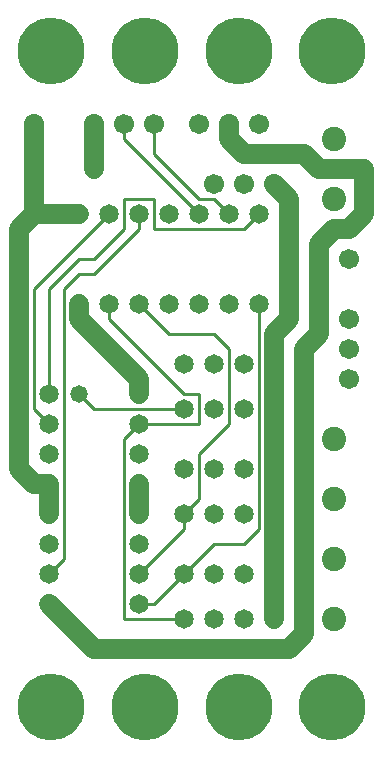
<source format=gbl>
%MOIN*%
%FSLAX25Y25*%
G04 D10 used for Character Trace; *
G04     Circle (OD=.01000) (No hole)*
G04 D11 used for Power Trace; *
G04     Circle (OD=.06700) (No hole)*
G04 D12 used for Signal Trace; *
G04     Circle (OD=.01100) (No hole)*
G04 D13 used for Via; *
G04     Circle (OD=.05800) (Round. Hole ID=.02800)*
G04 D14 used for Component hole; *
G04     Circle (OD=.06500) (Round. Hole ID=.03500)*
G04 D15 used for Component hole; *
G04     Circle (OD=.06700) (Round. Hole ID=.04300)*
G04 D16 used for Component hole; *
G04     Circle (OD=.08100) (Round. Hole ID=.05100)*
G04 D17 used for Component hole; *
G04     Circle (OD=.08900) (Round. Hole ID=.05900)*
G04 D18 used for Component hole; *
G04     Circle (OD=.11300) (Round. Hole ID=.08300)*
G04 D19 used for Component hole; *
G04     Circle (OD=.16000) (Round. Hole ID=.13000)*
G04 D20 used for Component hole; *
G04     Circle (OD=.18300) (Round. Hole ID=.15300)*
G04 D21 used for Component hole; *
G04     Circle (OD=.22291) (Round. Hole ID=.19291)*
%ADD10C,.01000*%
%ADD11C,.06700*%
%ADD12C,.01100*%
%ADD13C,.05800*%
%ADD14C,.06500*%
%ADD15C,.06700*%
%ADD16C,.08100*%
%ADD17C,.08900*%
%ADD18C,.11300*%
%ADD19C,.16000*%
%ADD20C,.18300*%
%ADD21C,.22291*%
%IPPOS*%
%LPD*%
G90*X0Y0D02*D21*X15625Y15625D03*D11*              
X30000Y35000D02*X95000D01*X100000Y40000D01*       
Y135000D01*X105000Y140000D01*Y170000D01*          
X110000Y175000D01*X115000D01*X120000Y180000D01*   
Y195000D01*X105000D01*X100000Y200000D01*X80000D01*
X75000Y205000D01*Y210000D01*D15*D03*X85000D03*    
X65000D03*X70000Y190000D03*X80000D03*X90000D03*   
D11*X95000Y185000D01*Y145000D01*X90000Y140000D01* 
Y130000D01*D14*D03*D11*Y115000D01*D14*D03*D11*    
Y95000D01*D14*D03*D11*Y80000D01*D14*D03*D11*      
Y60000D01*D14*D03*D11*Y45000D01*D14*D03*X80000D03*
Y60000D03*D16*X110000Y65000D03*D14*               
X70000Y60000D03*D16*X110000Y45000D03*D14*         
X70000D03*D12*Y70000D02*X80000D01*X60000Y60000D02*
X70000Y70000D01*D14*X60000Y60000D03*D12*          
X50000Y50000D01*X45000D01*D14*D03*D12*            
X40000Y45000D02*X60000D01*D14*D03*X45000Y60000D03*
D12*X60000Y75000D01*Y80000D01*D14*D03*D12*        
X65000Y85000D01*Y100000D01*X75000Y110000D01*      
Y135000D01*X70000Y140000D01*X55000D01*            
X45000Y150000D01*D14*D03*X55000D03*X35000D03*D12* 
Y145000D01*X60000Y120000D01*X65000D01*Y110000D01* 
X45000D01*D14*D03*D12*X40000Y105000D01*Y45000D01* 
D11*X30000Y35000D02*X15000Y50000D01*D14*D03*      
Y60000D03*D12*X20000Y65000D01*Y155000D01*         
X25000Y160000D01*X30000D01*X45000Y175000D01*      
Y180000D01*D14*D03*D12*X50000Y175000D02*X80000D01*
X85000Y180000D01*D14*D03*X75000D03*D12*           
X70000Y185000D01*X65000D01*X50000Y200000D01*      
Y210000D01*D15*D03*X40000D03*D12*Y205000D01*      
X65000Y180000D01*D14*D03*X55000D03*D12*           
X50000Y175000D02*Y185000D01*X40000Y175000D02*     
Y185000D01*X30000Y165000D02*X40000Y175000D01*     
X25000Y165000D02*X30000D01*X15000Y155000D02*      
X25000Y165000D01*X15000Y120000D02*Y155000D01*D14* 
Y120000D03*D12*Y110000D02*X10000Y115000D01*D14*   
X15000Y110000D03*D12*X10000Y115000D02*Y155000D01* 
X35000Y180000D01*D14*D03*D12*X40000Y185000D02*    
X50000D01*D14*X30000Y195000D03*D11*Y210000D01*D15*
D03*X10000D03*D11*Y195000D01*D14*D03*D11*         
Y180000D01*X5000Y175000D01*Y95000D01*             
X10000Y90000D01*X15000D01*D14*D03*D11*Y80000D01*  
D14*D03*Y70000D03*Y100000D03*X45000Y70000D03*     
Y80000D03*D11*Y90000D01*D14*D03*Y100000D03*       
X60000Y95000D03*X70000Y115000D03*X60000D03*D12*   
X30000D01*X25000Y120000D01*D13*D03*D14*X45000D03* 
D11*Y125000D01*X25000Y145000D01*Y150000D01*D14*   
D03*Y180000D03*D11*X10000D01*D14*X60000Y130000D03*
D21*X46875Y234375D03*D14*X65000Y150000D03*D21*    
X15625Y234375D03*D14*X70000Y130000D03*            
X75000Y150000D03*X80000Y115000D03*Y130000D03*D21* 
X78125Y234375D03*D14*X85000Y150000D03*D12*        
Y75000D01*X80000Y70000D01*D14*X70000Y80000D03*    
X80000D03*Y95000D03*X70000D03*D16*                
X110000Y85000D03*Y105000D03*D15*X115000Y125000D03*
D21*X46875Y15625D03*X78125D03*X109375D03*D15*     
X115000Y135000D03*Y145000D03*Y165000D03*D16*      
X110000Y185000D03*Y205000D03*D21*                 
X109375Y234375D03*M02*                            

</source>
